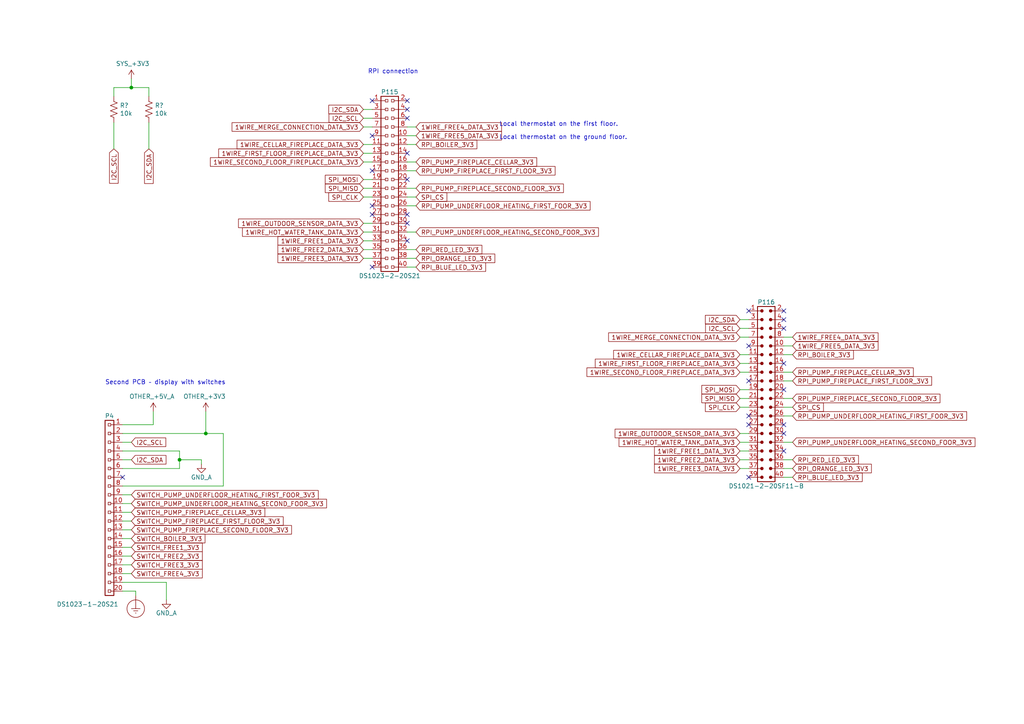
<source format=kicad_sch>
(kicad_sch (version 20230121) (generator eeschema)
  (paper "A4")
  (title_block (title "Pin headers") (date "2023-05-26") (rev "v1.0") (company "Roman Labovsky (roman-labovsky.cz)"))
  (lib_symbols
    (symbol "connector_pin_header_2.54mm_tht_rl:DS1021-2-20SF11-B" (pin_names (offset 1.016) hide)
      (property "Reference" "P" (at 26.67 2.54 0))
      (property "Value" "DS1021-2-20SF11-B" (at 36.83 -1.27 0))
      (symbol "DS1021-2-20SF11-B_0_1"
        (polyline (pts (xy -25.4 2.54) (xy -25.4 -2.54) (xy 25.4 -2.54) (xy 25.4 2.54) (xy -25.4 2.54)) (stroke (width 0.254)))
      )
      (symbol "DS1021-2-20SF11-B_1_1"
        (circle (center -24.13 -1.27) (radius 0.254) (stroke (width 0.4572)))
        (circle (center -24.13 1.27) (radius 0.254) (stroke (width 0.4572)))
        (circle (center -21.59 -1.27) (radius 0.254) (stroke (width 0.4572)))
        (circle (center -21.59 1.27) (radius 0.254) (stroke (width 0.4572)))
        (circle (center -19.05 -1.27) (radius 0.254) (stroke (width 0.4572)))
        (circle (center -19.05 1.27) (radius 0.254) (stroke (width 0.4572)))
        (circle (center -16.51 -1.27) (radius 0.254) (stroke (width 0.4572)))
        (circle (center -16.51 1.27) (radius 0.254) (stroke (width 0.4572)))
        (circle (center -13.97 -1.27) (radius 0.254) (stroke (width 0.4572)))
        (circle (center -13.97 1.27) (radius 0.254) (stroke (width 0.4572)))
        (circle (center -11.43 -1.27) (radius 0.254) (stroke (width 0.4572)))
        (circle (center -11.43 1.27) (radius 0.254) (stroke (width 0.4572)))
        (circle (center -8.89 -1.27) (radius 0.254) (stroke (width 0.4572)))
        (circle (center -8.89 1.27) (radius 0.254) (stroke (width 0.4572)))
        (circle (center -6.35 -1.27) (radius 0.254) (stroke (width 0.4572)))
        (circle (center -6.35 1.27) (radius 0.254) (stroke (width 0.4572)))
        (circle (center -3.81 -1.27) (radius 0.254) (stroke (width 0.4572)))
        (circle (center -3.81 1.27) (radius 0.254) (stroke (width 0.4572)))
        (circle (center -1.27 -1.27) (radius 0.254) (stroke (width 0.4572)))
        (circle (center -1.27 1.27) (radius 0.254) (stroke (width 0.4572)))
        (polyline (pts (xy -24.13 -2.54) (xy -24.13 -1.27)) (stroke (width 0.1524)))
        (polyline (pts (xy -24.13 2.54) (xy -24.13 1.27)) (stroke (width 0.1524)))
        (polyline (pts (xy -21.59 -2.54) (xy -21.59 -1.27)) (stroke (width 0.1524)))
        (polyline (pts (xy -21.59 2.54) (xy -21.59 1.27)) (stroke (width 0.1524)))
        (polyline (pts (xy -19.05 -2.54) (xy -19.05 -1.27)) (stroke (width 0.1524)))
        (polyline (pts (xy -19.05 2.54) (xy -19.05 1.27)) (stroke (width 0.1524)))
        (polyline (pts (xy -16.51 -2.54) (xy -16.51 -1.27)) (stroke (width 0.1524)))
        (polyline (pts (xy -16.51 2.54) (xy -16.51 1.27)) (stroke (width 0.1524)))
        (polyline (pts (xy -13.97 -2.54) (xy -13.97 -1.27)) (stroke (width 0.1524)))
        (polyline (pts (xy -13.97 2.54) (xy -13.97 1.27)) (stroke (width 0.1524)))
        (polyline (pts (xy -11.43 -2.54) (xy -11.43 -1.27)) (stroke (width 0.1524)))
        (polyline (pts (xy -11.43 2.54) (xy -11.43 1.27)) (stroke (width 0.1524)))
        (polyline (pts (xy -8.89 -2.54) (xy -8.89 -1.27)) (stroke (width 0.1524)))
        (polyline (pts (xy -8.89 2.54) (xy -8.89 1.27)) (stroke (width 0.1524)))
        (polyline (pts (xy -6.35 -2.54) (xy -6.35 -1.27)) (stroke (width 0.1524)))
        (polyline (pts (xy -6.35 2.54) (xy -6.35 1.27)) (stroke (width 0.1524)))
        (polyline (pts (xy -3.81 -2.54) (xy -3.81 -1.27)) (stroke (width 0.1524)))
        (polyline (pts (xy -3.81 2.54) (xy -3.81 1.27)) (stroke (width 0.1524)))
        (polyline (pts (xy -1.27 -2.54) (xy -1.27 -1.27)) (stroke (width 0.1524)))
        (polyline (pts (xy -1.27 2.54) (xy -1.27 1.27)) (stroke (width 0.1524)))
        (polyline (pts (xy 1.27 -2.54) (xy 1.27 -1.27)) (stroke (width 0.1524)))
        (polyline (pts (xy 1.27 2.54) (xy 1.27 1.27)) (stroke (width 0.1524)))
        (polyline (pts (xy 3.81 -2.54) (xy 3.81 -1.27)) (stroke (width 0.1524)))
        (polyline (pts (xy 3.81 2.54) (xy 3.81 1.27)) (stroke (width 0.1524)))
        (polyline (pts (xy 6.35 -2.54) (xy 6.35 -1.27)) (stroke (width 0.1524)))
        (polyline (pts (xy 6.35 2.54) (xy 6.35 1.27)) (stroke (width 0.1524)))
        (polyline (pts (xy 8.89 -2.54) (xy 8.89 -1.27)) (stroke (width 0.1524)))
        (polyline (pts (xy 8.89 2.54) (xy 8.89 1.27)) (stroke (width 0.1524)))
        (polyline (pts (xy 11.43 -2.54) (xy 11.43 -1.27)) (stroke (width 0.1524)))
        (polyline (pts (xy 11.43 2.54) (xy 11.43 1.27)) (stroke (width 0.1524)))
        (polyline (pts (xy 13.97 -2.54) (xy 13.97 -1.27)) (stroke (width 0.1524)))
        (polyline (pts (xy 13.97 2.54) (xy 13.97 1.27)) (stroke (width 0.1524)))
        (polyline (pts (xy 16.51 -2.54) (xy 16.51 -1.27)) (stroke (width 0.1524)))
        (polyline (pts (xy 16.51 2.54) (xy 16.51 1.27)) (stroke (width 0.1524)))
        (polyline (pts (xy 19.05 -2.54) (xy 19.05 -1.27)) (stroke (width 0.1524)))
        (polyline (pts (xy 19.05 2.54) (xy 19.05 1.27)) (stroke (width 0.1524)))
        (polyline (pts (xy 21.59 -2.54) (xy 21.59 -1.27)) (stroke (width 0.1524)))
        (polyline (pts (xy 21.59 2.54) (xy 21.59 1.27)) (stroke (width 0.1524)))
        (polyline (pts (xy 24.13 -2.54) (xy 24.13 -1.27)) (stroke (width 0.1524)))
        (polyline (pts (xy 24.13 2.54) (xy 24.13 1.27)) (stroke (width 0.1524)))
        (circle (center 1.27 -1.27) (radius 0.254) (stroke (width 0.4572)))
        (circle (center 1.27 1.27) (radius 0.254) (stroke (width 0.4572)))
        (circle (center 3.81 -1.27) (radius 0.254) (stroke (width 0.4572)))
        (circle (center 3.81 1.27) (radius 0.254) (stroke (width 0.4572)))
        (circle (center 6.35 -1.27) (radius 0.254) (stroke (width 0.4572)))
        (circle (center 6.35 1.27) (radius 0.254) (stroke (width 0.4572)))
        (circle (center 8.89 -1.27) (radius 0.254) (stroke (width 0.4572)))
        (circle (center 8.89 1.27) (radius 0.254) (stroke (width 0.4572)))
        (circle (center 11.43 -1.27) (radius 0.254) (stroke (width 0.4572)))
        (circle (center 11.43 1.27) (radius 0.254) (stroke (width 0.4572)))
        (circle (center 13.97 -1.27) (radius 0.254) (stroke (width 0.4572)))
        (circle (center 13.97 1.27) (radius 0.254) (stroke (width 0.4572)))
        (circle (center 16.51 -1.27) (radius 0.254) (stroke (width 0.4572)))
        (circle (center 16.51 1.27) (radius 0.254) (stroke (width 0.4572)))
        (circle (center 19.05 -1.27) (radius 0.254) (stroke (width 0.4572)))
        (circle (center 19.05 1.27) (radius 0.254) (stroke (width 0.4572)))
        (circle (center 21.59 -1.27) (radius 0.254) (stroke (width 0.4572)))
        (circle (center 21.59 1.27) (radius 0.254) (stroke (width 0.4572)))
        (circle (center 24.13 -1.27) (radius 0.254) (stroke (width 0.4572)))
        (circle (center 24.13 1.27) (radius 0.254) (stroke (width 0.4572)))
        (pin passive line (at -24.13 -5.08 90) (length 2.54) (name "1") (number "1"))
        (pin passive line (at -13.97 5.08 270) (length 2.54) (name "10") (number "10"))
        (pin passive line (at -11.43 -5.08 90) (length 2.54) (name "11") (number "11"))
        (pin passive line (at -11.43 5.08 270) (length 2.54) (name "12") (number "12"))
        (pin passive line (at -8.89 -5.08 90) (length 2.54) (name "13") (number "13"))
        (pin passive line (at -8.89 5.08 270) (length 2.54) (name "14") (number "14"))
        (pin passive line (at -6.35 -5.08 90) (length 2.54) (name "15") (number "15"))
        (pin passive line (at -6.35 5.08 270) (length 2.54) (name "16") (number "16"))
        (pin passive line (at -3.81 -5.08 90) (length 2.54) (name "17") (number "17"))
        (pin passive line (at -3.81 5.08 270) (length 2.54) (name "18") (number "18"))
        (pin passive line (at -1.27 -5.08 90) (length 2.54) (name "19") (number "19"))
        (pin passive line (at -24.13 5.08 270) (length 2.54) (name "2") (number "2"))
        (pin passive line (at -1.27 5.08 270) (length 2.54) (name "20") (number "20"))
        (pin passive line (at 1.27 -5.08 90) (length 2.54) (name "21") (number "21"))
        (pin passive line (at 1.27 5.08 270) (length 2.54) (name "22") (number "22"))
        (pin passive line (at 3.81 -5.08 90) (length 2.54) (name "23") (number "23"))
        (pin passive line (at 3.81 5.08 270) (length 2.54) (name "24") (number "24"))
        (pin passive line (at 6.35 -5.08 90) (length 2.54) (name "25") (number "25"))
        (pin passive line (at 6.35 5.08 270) (length 2.54) (name "26") (number "26"))
        (pin passive line (at 8.89 -5.08 90) (length 2.54) (name "27") (number "27"))
        (pin passive line (at 8.89 5.08 270) (length 2.54) (name "28") (number "28"))
        (pin passive line (at 11.43 -5.08 90) (length 2.54) (name "29") (number "29"))
        (pin passive line (at -21.59 -5.08 90) (length 2.54) (name "3") (number "3"))
        (pin passive line (at 11.43 5.08 270) (length 2.54) (name "30") (number "30"))
        (pin passive line (at 13.97 -5.08 90) (length 2.54) (name "31") (number "31"))
        (pin passive line (at 13.97 5.08 270) (length 2.54) (name "32") (number "32"))
        (pin passive line (at 16.51 -5.08 90) (length 2.54) (name "33") (number "33"))
        (pin passive line (at 16.51 5.08 270) (length 2.54) (name "34") (number "34"))
        (pin passive line (at 19.05 -5.08 90) (length 2.54) (name "35") (number "35"))
        (pin passive line (at 19.05 5.08 270) (length 2.54) (name "36") (number "36"))
        (pin passive line (at 21.59 -5.08 90) (length 2.54) (name "37") (number "37"))
        (pin passive line (at 21.59 5.08 270) (length 2.54) (name "38") (number "38"))
        (pin passive line (at 24.13 -5.08 90) (length 2.54) (name "39") (number "39"))
        (pin passive line (at -21.59 5.08 270) (length 2.54) (name "4") (number "4"))
        (pin passive line (at 24.13 5.08 270) (length 2.54) (name "40") (number "40"))
        (pin passive line (at -19.05 -5.08 90) (length 2.54) (name "5") (number "5"))
        (pin passive line (at -19.05 5.08 270) (length 2.54) (name "6") (number "6"))
        (pin passive line (at -16.51 -5.08 90) (length 2.54) (name "7") (number "7"))
        (pin passive line (at -16.51 5.08 270) (length 2.54) (name "8") (number "8"))
        (pin passive line (at -13.97 -5.08 90) (length 2.54) (name "9") (number "9"))
      )
    )
    (symbol "connector_pin_socket_2.54mm_tht_rl:DS1023-1-20S21" (pin_names (offset 1.016) hide)
      (property "Reference" "P" (at -24.13 2.54 0))
      (property "Value" "DS1023-1-20S21" (at 17.78 2.54 0))
      (symbol "DS1023-1-20S21_0_1"
        (rectangle (start -24.511 0.381) (end -23.749 -0.381))
        (rectangle (start -21.971 0.381) (end -21.209 -0.381))
        (rectangle (start -19.431 0.381) (end -18.669 -0.381))
        (rectangle (start -16.891 0.381) (end -16.129 -0.381))
        (rectangle (start -14.351 0.381) (end -13.589 -0.381))
        (rectangle (start -11.811 0.381) (end -11.049 -0.381))
        (rectangle (start -9.271 0.381) (end -8.509 -0.381))
        (rectangle (start -6.731 0.381) (end -5.969 -0.381))
        (rectangle (start -4.191 0.381) (end -3.429 -0.381))
        (rectangle (start -1.651 0.381) (end -0.889 -0.381))
        (rectangle (start 0.889 0.381) (end 1.651 -0.381))
        (rectangle (start 3.429 0.381) (end 4.191 -0.381))
        (rectangle (start 5.969 0.381) (end 6.731 -0.381))
        (rectangle (start 8.509 0.381) (end 9.271 -0.381))
        (rectangle (start 11.049 0.381) (end 11.811 -0.381))
        (rectangle (start 13.589 0.381) (end 14.351 -0.381))
        (rectangle (start 16.129 0.381) (end 16.891 -0.381))
        (rectangle (start 18.669 0.381) (end 19.431 -0.381))
        (rectangle (start 21.209 0.381) (end 21.971 -0.381))
        (rectangle (start 23.749 0.381) (end 24.511 -0.381))
      )
      (symbol "DS1023-1-20S21_1_1"
        (rectangle (start -25.4 1.27) (end 25.4 -1.27) (stroke (width 0.254)))
        (polyline (pts (xy -24.13 -0.381) (xy -24.13 -1.27)) (stroke (width 0.1524)))
        (polyline (pts (xy -21.59 -0.381) (xy -21.59 -1.27)) (stroke (width 0.1524)))
        (polyline (pts (xy -19.05 -1.27) (xy -19.05 -0.381)) (stroke (width 0.1524)))
        (polyline (pts (xy -16.51 -1.27) (xy -16.51 -0.381)) (stroke (width 0.1524)))
        (polyline (pts (xy -13.97 -1.27) (xy -13.97 -0.381)) (stroke (width 0.1524)))
        (polyline (pts (xy -11.43 -0.381) (xy -11.43 -1.143)) (stroke (width 0.1524)))
        (polyline (pts (xy -8.89 -0.381) (xy -8.89 -1.27)) (stroke (width 0.1524)))
        (polyline (pts (xy -6.35 -0.381) (xy -6.35 -1.27)))
        (polyline (pts (xy -3.81 -0.381) (xy -3.81 -1.27)) (stroke (width 0.1524)))
        (polyline (pts (xy -1.27 -0.381) (xy -1.27 -1.27)) (stroke (width 0.1524)))
        (polyline (pts (xy 1.27 -1.27) (xy 1.27 -0.381)) (stroke (width 0.1524)))
        (polyline (pts (xy 3.81 -1.27) (xy 3.81 -0.381)) (stroke (width 0.1524)))
        (polyline (pts (xy 6.35 -1.27) (xy 6.35 -0.381)) (stroke (width 0.1524)))
        (polyline (pts (xy 8.89 -0.381) (xy 8.89 -1.143)) (stroke (width 0.1524)))
        (polyline (pts (xy 11.43 -0.381) (xy 11.43 -1.27)) (stroke (width 0.1524)))
        (polyline (pts (xy 13.97 -0.381) (xy 13.97 -1.27)))
        (polyline (pts (xy 16.51 -1.27) (xy 16.51 -0.381)) (stroke (width 0.1524)))
        (polyline (pts (xy 19.05 -1.27) (xy 19.05 -0.381)) (stroke (width 0.1524)))
        (polyline (pts (xy 21.59 -1.27) (xy 21.59 -0.381)) (stroke (width 0.1524)))
        (polyline (pts (xy 24.13 -0.381) (xy 24.13 -1.143)) (stroke (width 0.1524)))
        (pin passive line (at -24.13 -3.81 90) (length 2.54) (name "1") (number "1"))
        (pin passive line (at -1.27 -3.81 90) (length 2.54) (name "10") (number "10"))
        (pin passive line (at 1.27 -3.81 90) (length 2.54) (name "11") (number "11"))
        (pin passive line (at 3.81 -3.81 90) (length 2.54) (name "12") (number "12"))
        (pin passive line (at 6.35 -3.81 90) (length 2.54) (name "13") (number "13"))
        (pin passive line (at 8.89 -3.81 90) (length 2.54) (name "14") (number "14"))
        (pin passive line (at 11.43 -3.81 90) (length 2.54) (name "15") (number "15"))
        (pin passive line (at 13.97 -3.81 90) (length 2.54) (name "16") (number "16"))
        (pin passive line (at 16.51 -3.81 90) (length 2.54) (name "17") (number "17"))
        (pin passive line (at 19.05 -3.81 90) (length 2.54) (name "18") (number "18"))
        (pin passive line (at 21.59 -3.81 90) (length 2.54) (name "19") (number "19"))
        (pin passive line (at -21.59 -3.81 90) (length 2.54) (name "2") (number "2"))
        (pin passive line (at 24.13 -3.81 90) (length 2.54) (name "20") (number "20"))
        (pin passive line (at -19.05 -3.81 90) (length 2.54) (name "3") (number "3"))
        (pin passive line (at -16.51 -3.81 90) (length 2.54) (name "4") (number "4"))
        (pin passive line (at -13.97 -3.81 90) (length 2.54) (name "5") (number "5"))
        (pin passive line (at -11.43 -3.81 90) (length 2.54) (name "6") (number "6"))
        (pin passive line (at -8.89 -3.81 90) (length 2.54) (name "7") (number "7"))
        (pin passive line (at -6.35 -3.81 90) (length 2.54) (name "8") (number "8"))
        (pin passive line (at -3.81 -3.81 90) (length 2.54) (name "9") (number "9"))
      )
    )
    (symbol "connector_pin_socket_2.54mm_tht_rl:DS1023-2-20S21" (pin_names (offset 1.016) hide)
      (property "Reference" "P" (at 26.67 1.27 0))
      (property "Value" "DS1023-2-20S21" (at 34.29 -1.27 0))
      (symbol "DS1023-2-20S21_0_1"
        (rectangle (start -24.511 -0.508) (end -23.749 -1.27))
        (rectangle (start -24.511 1.27) (end -23.749 0.508))
        (rectangle (start -21.971 -0.508) (end -21.209 -1.27))
        (rectangle (start -21.971 1.27) (end -21.209 0.508))
        (rectangle (start -19.431 -0.508) (end -18.669 -1.27))
        (rectangle (start -19.431 1.27) (end -18.669 0.508))
        (rectangle (start -16.891 -0.508) (end -16.129 -1.27))
        (rectangle (start -16.891 1.27) (end -16.129 0.508))
        (rectangle (start -14.351 -0.508) (end -13.589 -1.27))
        (rectangle (start -14.351 1.27) (end -13.589 0.508))
        (rectangle (start -11.811 -0.508) (end -11.049 -1.27))
        (rectangle (start -11.811 1.27) (end -11.049 0.508))
        (rectangle (start -9.271 -0.508) (end -8.509 -1.27))
        (rectangle (start -9.271 1.27) (end -8.509 0.508))
        (rectangle (start -6.731 -0.508) (end -5.969 -1.27))
        (rectangle (start -6.731 1.27) (end -5.969 0.508))
        (rectangle (start -4.191 -0.508) (end -3.429 -1.27))
        (rectangle (start -4.191 1.27) (end -3.429 0.508))
        (rectangle (start -1.651 -0.508) (end -0.889 -1.27))
        (rectangle (start -1.651 1.27) (end -0.889 0.508))
        (polyline (pts (xy -25.4 2.54) (xy -25.4 -2.54) (xy 25.4 -2.54) (xy 25.4 2.54) (xy -25.4 2.54)) (stroke (width 0.254)))
        (rectangle (start 0.889 -0.508) (end 1.651 -1.27))
        (rectangle (start 0.889 1.27) (end 1.651 0.508))
        (rectangle (start 3.429 -0.508) (end 4.191 -1.27))
        (rectangle (start 3.429 1.27) (end 4.191 0.508))
        (rectangle (start 5.969 -0.508) (end 6.731 -1.27))
        (rectangle (start 5.969 1.27) (end 6.731 0.508))
        (rectangle (start 8.509 -0.508) (end 9.271 -1.27))
        (rectangle (start 8.509 1.27) (end 9.271 0.508))
        (rectangle (start 11.049 -0.381) (end 11.811 -1.143))
        (rectangle (start 11.049 1.27) (end 11.811 0.508))
        (rectangle (start 13.589 -0.381) (end 14.351 -1.143))
        (rectangle (start 13.589 1.27) (end 14.351 0.508))
        (rectangle (start 16.129 -0.381) (end 16.891 -1.143))
        (rectangle (start 16.129 1.27) (end 16.891 0.508))
        (rectangle (start 18.669 -0.381) (end 19.431 -1.143))
        (rectangle (start 18.669 1.27) (end 19.431 0.508))
        (rectangle (start 21.209 -0.508) (end 21.971 -1.27))
        (rectangle (start 21.209 1.27) (end 21.971 0.508))
        (rectangle (start 23.749 -0.508) (end 24.511 -1.27))
        (rectangle (start 23.749 1.27) (end 24.511 0.508))
      )
      (symbol "DS1023-2-20S21_1_1"
        (polyline (pts (xy -24.13 -2.54) (xy -24.13 -1.27)) (stroke (width 0.1524)))
        (polyline (pts (xy -24.13 2.54) (xy -24.13 1.27)) (stroke (width 0.1524)))
        (polyline (pts (xy -21.59 -2.54) (xy -21.59 -1.27)) (stroke (width 0.1524)))
        (polyline (pts (xy -21.59 2.54) (xy -21.59 1.27)) (stroke (width 0.1524)))
        (polyline (pts (xy -19.05 -2.54) (xy -19.05 -1.27)) (stroke (width 0.1524)))
        (polyline (pts (xy -19.05 2.54) (xy -19.05 1.27)) (stroke (width 0.1524)))
        (polyline (pts (xy -16.51 -2.54) (xy -16.51 -1.27)) (stroke (width 0.1524)))
        (polyline (pts (xy -16.51 2.54) (xy -16.51 1.27)) (stroke (width 0.1524)))
        (polyline (pts (xy -13.97 -2.54) (xy -13.97 -1.27)) (stroke (width 0.1524)))
        (polyline (pts (xy -13.97 2.54) (xy -13.97 1.27)) (stroke (width 0.1524)))
        (polyline (pts (xy -11.43 -2.54) (xy -11.43 -1.27)) (stroke (width 0.1524)))
        (polyline (pts (xy -11.43 2.54) (xy -11.43 1.27)) (stroke (width 0.1524)))
        (polyline (pts (xy -8.89 -2.54) (xy -8.89 -1.27)) (stroke (width 0.1524)))
        (polyline (pts (xy -8.89 2.54) (xy -8.89 1.27)) (stroke (width 0.1524)))
        (polyline (pts (xy -6.35 -2.54) (xy -6.35 -1.27)) (stroke (width 0.1524)))
        (polyline (pts (xy -6.35 2.54) (xy -6.35 1.27)) (stroke (width 0.1524)))
        (polyline (pts (xy -3.81 -2.54) (xy -3.81 -1.27)) (stroke (width 0.1524)))
        (polyline (pts (xy -3.81 2.54) (xy -3.81 1.27)) (stroke (width 0.1524)))
        (polyline (pts (xy -1.27 -2.54) (xy -1.27 -1.27)) (stroke (width 0.1524)))
        (polyline (pts (xy -1.27 2.54) (xy -1.27 1.27)) (stroke (width 0.1524)))
        (polyline (pts (xy 1.27 -2.54) (xy 1.27 -1.27)) (stroke (width 0.1524)))
        (polyline (pts (xy 1.27 2.54) (xy 1.27 1.27)) (stroke (width 0.1524)))
        (polyline (pts (xy 3.81 -2.54) (xy 3.81 -1.27)) (stroke (width 0.1524)))
        (polyline (pts (xy 3.81 2.54) (xy 3.81 1.27)) (stroke (width 0.1524)))
        (polyline (pts (xy 6.35 -2.54) (xy 6.35 -1.27)) (stroke (width 0.1524)))
        (polyline (pts (xy 6.35 2.54) (xy 6.35 1.27)) (stroke (width 0.1524)))
        (polyline (pts (xy 8.89 -2.54) (xy 8.89 -1.27)) (stroke (width 0.1524)))
        (polyline (pts (xy 8.89 2.54) (xy 8.89 1.27)) (stroke (width 0.1524)))
        (polyline (pts (xy 11.43 -2.54) (xy 11.43 -1.27)) (stroke (width 0.1524)))
        (polyline (pts (xy 11.43 2.54) (xy 11.43 1.27)) (stroke (width 0.1524)))
        (polyline (pts (xy 13.97 -2.54) (xy 13.97 -1.27)) (stroke (width 0.1524)))
        (polyline (pts (xy 13.97 2.54) (xy 13.97 1.27)) (stroke (width 0.1524)))
        (polyline (pts (xy 16.51 -2.54) (xy 16.51 -1.27)) (stroke (width 0.1524)))
        (polyline (pts (xy 16.51 2.54) (xy 16.51 1.27)) (stroke (width 0.1524)))
        (polyline (pts (xy 19.05 -2.54) (xy 19.05 -1.27)) (stroke (width 0.1524)))
        (polyline (pts (xy 19.05 2.54) (xy 19.05 1.27)) (stroke (width 0.1524)))
        (polyline (pts (xy 21.59 -2.54) (xy 21.59 -1.27)) (stroke (width 0.1524)))
        (polyline (pts (xy 21.59 2.54) (xy 21.59 1.27)) (stroke (width 0.1524)))
        (polyline (pts (xy 24.13 -2.54) (xy 24.13 -1.27)) (stroke (width 0.1524)))
        (polyline (pts (xy 24.13 2.54) (xy 24.13 1.27)) (stroke (width 0.1524)))
        (pin passive line (at -24.13 -5.08 90) (length 2.54) (name "1") (number "1"))
        (pin passive line (at -13.97 5.08 270) (length 2.54) (name "10") (number "10"))
        (pin passive line (at -11.43 -5.08 90) (length 2.54) (name "11") (number "11"))
        (pin passive line (at -11.43 5.08 270) (length 2.54) (name "12") (number "12"))
        (pin passive line (at -8.89 -5.08 90) (length 2.54) (name "13") (number "13"))
        (pin passive line (at -8.89 5.08 270) (length 2.54) (name "14") (number "14"))
        (pin passive line (at -6.35 -5.08 90) (length 2.54) (name "15") (number "15"))
        (pin passive line (at -6.35 5.08 270) (length 2.54) (name "16") (number "16"))
        (pin passive line (at -3.81 -5.08 90) (length 2.54) (name "17") (number "17"))
        (pin passive line (at -3.81 5.08 270) (length 2.54) (name "18") (number "18"))
        (pin passive line (at -1.27 -5.08 90) (length 2.54) (name "19") (number "19"))
        (pin passive line (at -24.13 5.08 270) (length 2.54) (name "2") (number "2"))
        (pin passive line (at -1.27 5.08 270) (length 2.54) (name "20") (number "20"))
        (pin passive line (at 1.27 -5.08 90) (length 2.54) (name "21") (number "21"))
        (pin passive line (at 1.27 5.08 270) (length 2.54) (name "22") (number "22"))
        (pin passive line (at 3.81 -5.08 90) (length 2.54) (name "23") (number "23"))
        (pin passive line (at 3.81 5.08 270) (length 2.54) (name "24") (number "24"))
        (pin passive line (at 6.35 -5.08 90) (length 2.54) (name "25") (number "25"))
        (pin passive line (at 6.35 5.08 270) (length 2.54) (name "26") (number "26"))
        (pin passive line (at 8.89 -5.08 90) (length 2.54) (name "27") (number "27"))
        (pin passive line (at 8.89 5.08 270) (length 2.54) (name "28") (number "28"))
        (pin passive line (at 11.43 -5.08 90) (length 2.54) (name "29") (number "29"))
        (pin passive line (at -21.59 -5.08 90) (length 2.54) (name "3") (number "3"))
        (pin passive line (at 11.43 5.08 270) (length 2.54) (name "30") (number "30"))
        (pin passive line (at 13.97 -5.08 90) (length 2.54) (name "31") (number "31"))
        (pin passive line (at 13.97 5.08 270) (length 2.54) (name "32") (number "32"))
        (pin passive line (at 16.51 -5.08 90) (length 2.54) (name "33") (number "33"))
        (pin passive line (at 16.51 5.08 270) (length 2.54) (name "34") (number "34"))
        (pin passive line (at 19.05 -5.08 90) (length 2.54) (name "35") (number "35"))
        (pin passive line (at 19.05 5.08 270) (length 2.54) (name "36") (number "36"))
        (pin passive line (at 21.59 -5.08 90) (length 2.54) (name "37") (number "37"))
        (pin passive line (at 21.59 5.08 270) (length 2.54) (name "38") (number "38"))
        (pin passive line (at 24.13 -5.08 90) (length 2.54) (name "39") (number "39"))
        (pin passive line (at -21.59 5.08 270) (length 2.54) (name "4") (number "4"))
        (pin passive line (at 24.13 5.08 270) (length 2.54) (name "40") (number "40"))
        (pin passive line (at -19.05 -5.08 90) (length 2.54) (name "5") (number "5"))
        (pin passive line (at -19.05 5.08 270) (length 2.54) (name "6") (number "6"))
        (pin passive line (at -16.51 -5.08 90) (length 2.54) (name "7") (number "7"))
        (pin passive line (at -16.51 5.08 270) (length 2.54) (name "8") (number "8"))
        (pin passive line (at -13.97 -5.08 90) (length 2.54) (name "9") (number "9"))
      )
    )
    (symbol "power_rl:Earth_Protective" (power) (pin_names (offset 0))
      (symbol "Earth_Protective_0_1"
        (circle (center 0 -3.81) (radius 2.54))
        (polyline (pts (xy -0.635 -4.445) (xy 0.635 -4.445)))
        (polyline (pts (xy -0.127 -5.08) (xy 0.127 -5.08)))
        (polyline (pts (xy 0 -3.81) (xy 0 0)))
        (polyline (pts (xy 1.27 -3.81) (xy -1.27 -3.81)))
      )
      (symbol "Earth_Protective_1_1"
        (pin power_in line (at 0 0 270) (length 0) hide (name "Earth_Protective") (number "1"))
      )
    )
    (symbol "power_rl:GND_A" (power) (pin_names (offset 0))
      (property "Value" "GND_A" (at 0 -3.81 0))
      (symbol "GND_A_0_1"
        (polyline (pts (xy 0 0) (xy 0 -1.27) (xy 1.27 -1.27) (xy 0 -2.54) (xy -1.27 -1.27) (xy 0 -1.27)))
      )
      (symbol "GND_A_1_1"
        (pin power_in line (at 0 0 270) (length 0) hide (name "GND_A") (number "1"))
      )
    )
    (symbol "power_rl:OTHER_+3V3" (power) (pin_names (offset 1.016))
      (property "Value" "OTHER_+3V3" (at 0 3.81 0))
      (symbol "OTHER_+3V3_1_1"
        (polyline (pts (xy -0.762 1.27) (xy 0 2.54)))
        (polyline (pts (xy 0 0) (xy 0 2.54)))
        (polyline (pts (xy 0 2.54) (xy 0.762 1.27)))
        (pin power_in line (at 0 0 90) (length 0) hide (name "OTHER_+3V3") (number "1"))
      )
    )
    (symbol "power_rl:OTHER_+5V_A" (power) (pin_names (offset 1.016))
      (property "Value" "OTHER_+5V_A" (at 0 3.81 0))
      (symbol "OTHER_+5V_A_1_1"
        (polyline (pts (xy -0.762 1.27) (xy 0 2.54)))
        (polyline (pts (xy 0 0) (xy 0 2.54)))
        (polyline (pts (xy 0 2.54) (xy 0.762 1.27)))
        (pin power_in line (at 0 0 90) (length 0) hide (name "OTHER_+5V_A") (number "1"))
      )
    )
    (symbol "power_rl:SYS_+3V3" (power) (pin_names (offset 1.016))
      (property "Value" "SYS_+3V3" (at 0 3.81 0))
      (symbol "SYS_+3V3_1_1"
        (polyline (pts (xy -0.762 1.27) (xy 0 2.54)))
        (polyline (pts (xy 0 0) (xy 0 2.54)))
        (polyline (pts (xy 0 2.54) (xy 0.762 1.27)))
        (pin power_in line (at 0 0 90) (length 0) hide (name "SYS_+3V3") (number "1"))
      )
    )
    (symbol "resistor_smd_rl:r_1206_us" (pin_numbers hide) (pin_names hide)
      (property "Reference" "R" (at 0 2.032 0))
      (property "Value" "r_1206_us" (at 0 -2.54 0))
      (symbol "r_1206_us_1_1"
        (polyline (pts (xy -2.286 0) (xy -2.54 0)))
        (polyline (pts (xy 2.286 0) (xy 2.54 0)))
        (polyline (pts (xy -2.286 0) (xy -1.905 1.016) (xy -1.524 0) (xy -1.143 -1.016) (xy -0.762 0)))
        (polyline (pts (xy -0.762 0) (xy -0.381 1.016) (xy 0 0) (xy 0.381 -1.016) (xy 0.762 0)))
        (polyline (pts (xy 0.762 0) (xy 1.143 1.016) (xy 1.524 0) (xy 1.905 -1.016) (xy 2.286 0)))
        (pin passive line (at -3.81 0 0) (length 1.27) (name "~") (number "1"))
        (pin passive line (at 3.81 0 180) (length 1.27) (name "~") (number "2"))
      )
    )
  )
  (junction (at 52.07 133.35))
  (junction (at 38.1 25.4))
  (junction (at 59.69 125.73))
  (no_connect (at 107.95 59.69))
  (no_connect (at 217.17 138.43))
  (no_connect (at 217.17 90.17))
  (no_connect (at 227.33 130.81))
  (no_connect (at 118.11 52.07))
  (no_connect (at 227.33 95.25))
  (no_connect (at 118.11 62.23))
  (no_connect (at 217.17 110.49))
  (no_connect (at 227.33 90.17))
  (no_connect (at 118.11 34.29))
  (no_connect (at 118.11 64.77))
  (no_connect (at 107.95 49.53))
  (no_connect (at 118.11 69.85))
  (no_connect (at 118.11 44.45))
  (no_connect (at 227.33 125.73))
  (no_connect (at 118.11 31.75))
  (no_connect (at 227.33 113.03))
  (no_connect (at 227.33 92.71))
  (no_connect (at 107.95 77.47))
  (no_connect (at 35.56 138.43))
  (no_connect (at 227.33 123.19))
  (no_connect (at 217.17 123.19))
  (no_connect (at 107.95 62.23))
  (no_connect (at 107.95 29.21))
  (no_connect (at 217.17 120.65))
  (no_connect (at 217.17 100.33))
  (no_connect (at 118.11 29.21))
  (no_connect (at 107.95 39.37))
  (no_connect (at 227.33 105.41))
  (wire (pts (xy 33.02 35.56) (xy 33.02 43.18)))
  (wire (pts (xy 59.69 125.73) (xy 59.69 119.38)))
  (wire (pts (xy 64.77 125.73) (xy 59.69 125.73)))
  (wire (pts (xy 35.56 166.37) (xy 38.1 166.37)))
  (wire (pts (xy 227.33 107.95) (xy 229.87 107.95)))
  (wire (pts (xy 35.56 158.75) (xy 38.1 158.75)))
  (wire (pts (xy 227.33 102.87) (xy 229.87 102.87)))
  (wire (pts (xy 214.63 92.71) (xy 217.17 92.71)))
  (wire (pts (xy 105.41 44.45) (xy 107.95 44.45)))
  (wire (pts (xy 43.18 25.4) (xy 43.18 27.94)))
  (wire (pts (xy 35.56 171.45) (xy 39.37 171.45)))
  (wire (pts (xy 118.11 36.83) (xy 120.65 36.83)))
  (wire (pts (xy 214.63 128.27) (xy 217.17 128.27)))
  (wire (pts (xy 35.56 148.59) (xy 38.1 148.59)))
  (wire (pts (xy 227.33 100.33) (xy 229.87 100.33)))
  (wire (pts (xy 35.56 140.97) (xy 64.77 140.97)))
  (wire (pts (xy 217.17 118.11) (xy 214.63 118.11)))
  (wire (pts (xy 217.17 115.57) (xy 214.63 115.57)))
  (wire (pts (xy 227.33 97.79) (xy 229.87 97.79)))
  (wire (pts (xy 35.56 128.27) (xy 38.1 128.27)))
  (wire (pts (xy 107.95 57.15) (xy 105.41 57.15)))
  (wire (pts (xy 214.63 125.73) (xy 217.17 125.73)))
  (wire (pts (xy 105.41 69.85) (xy 107.95 69.85)))
  (wire (pts (xy 227.33 115.57) (xy 229.87 115.57)))
  (wire (pts (xy 52.07 133.35) (xy 52.07 130.81)))
  (wire (pts (xy 35.56 135.89) (xy 52.07 135.89)))
  (wire (pts (xy 35.56 163.83) (xy 38.1 163.83)))
  (wire (pts (xy 38.1 146.05) (xy 35.56 146.05)))
  (wire (pts (xy 118.11 54.61) (xy 120.65 54.61)))
  (wire (pts (xy 227.33 133.35) (xy 229.87 133.35)))
  (wire (pts (xy 118.11 57.15) (xy 120.65 57.15)))
  (wire (pts (xy 39.37 171.45) (xy 39.37 172.72)))
  (wire (pts (xy 38.1 143.51) (xy 35.56 143.51)))
  (wire (pts (xy 214.63 135.89) (xy 217.17 135.89)))
  (wire (pts (xy 107.95 52.07) (xy 105.41 52.07)))
  (wire (pts (xy 35.56 125.73) (xy 59.69 125.73)))
  (wire (pts (xy 118.11 46.99) (xy 120.65 46.99)))
  (wire (pts (xy 38.1 25.4) (xy 43.18 25.4)))
  (wire (pts (xy 214.63 97.79) (xy 217.17 97.79)))
  (wire (pts (xy 107.95 54.61) (xy 105.41 54.61)))
  (wire (pts (xy 35.56 123.19) (xy 44.45 123.19)))
  (wire (pts (xy 105.41 74.93) (xy 107.95 74.93)))
  (wire (pts (xy 107.95 46.99) (xy 105.41 46.99)))
  (wire (pts (xy 35.56 168.91) (xy 48.26 168.91)))
  (wire (pts (xy 105.41 34.29) (xy 107.95 34.29)))
  (wire (pts (xy 35.56 133.35) (xy 38.1 133.35)))
  (wire (pts (xy 118.11 39.37) (xy 120.65 39.37)))
  (wire (pts (xy 214.63 133.35) (xy 217.17 133.35)))
  (wire (pts (xy 118.11 59.69) (xy 120.65 59.69)))
  (wire (pts (xy 107.95 41.91) (xy 105.41 41.91)))
  (wire (pts (xy 217.17 107.95) (xy 214.63 107.95)))
  (wire (pts (xy 118.11 77.47) (xy 120.65 77.47)))
  (wire (pts (xy 33.02 25.4) (xy 38.1 25.4)))
  (wire (pts (xy 118.11 72.39) (xy 120.65 72.39)))
  (wire (pts (xy 227.33 118.11) (xy 229.87 118.11)))
  (wire (pts (xy 118.11 49.53) (xy 120.65 49.53)))
  (wire (pts (xy 105.41 72.39) (xy 107.95 72.39)))
  (wire (pts (xy 44.45 123.19) (xy 44.45 119.38)))
  (wire (pts (xy 214.63 105.41) (xy 217.17 105.41)))
  (wire (pts (xy 105.41 36.83) (xy 107.95 36.83)))
  (wire (pts (xy 227.33 128.27) (xy 229.87 128.27)))
  (wire (pts (xy 35.56 151.13) (xy 38.1 151.13)))
  (wire (pts (xy 214.63 95.25) (xy 217.17 95.25)))
  (wire (pts (xy 105.41 31.75) (xy 107.95 31.75)))
  (wire (pts (xy 118.11 67.31) (xy 120.65 67.31)))
  (wire (pts (xy 214.63 130.81) (xy 217.17 130.81)))
  (wire (pts (xy 217.17 102.87) (xy 214.63 102.87)))
  (wire (pts (xy 118.11 74.93) (xy 120.65 74.93)))
  (wire (pts (xy 43.18 35.56) (xy 43.18 43.18)))
  (wire (pts (xy 227.33 135.89) (xy 229.87 135.89)))
  (wire (pts (xy 35.56 161.29) (xy 38.1 161.29)))
  (wire (pts (xy 227.33 110.49) (xy 229.87 110.49)))
  (wire (pts (xy 217.17 113.03) (xy 214.63 113.03)))
  (wire (pts (xy 52.07 135.89) (xy 52.07 133.35)))
  (wire (pts (xy 48.26 173.99) (xy 48.26 168.91)))
  (wire (pts (xy 105.41 64.77) (xy 107.95 64.77)))
  (wire (pts (xy 227.33 138.43) (xy 229.87 138.43)))
  (wire (pts (xy 64.77 140.97) (xy 64.77 125.73)))
  (wire (pts (xy 35.56 153.67) (xy 38.1 153.67)))
  (wire (pts (xy 58.42 133.35) (xy 58.42 134.62)))
  (wire (pts (xy 38.1 22.86) (xy 38.1 25.4)))
  (wire (pts (xy 118.11 41.91) (xy 120.65 41.91)))
  (wire (pts (xy 52.07 133.35) (xy 58.42 133.35)))
  (wire (pts (xy 105.41 67.31) (xy 107.95 67.31)))
  (wire (pts (xy 33.02 27.94) (xy 33.02 25.4)))
  (wire (pts (xy 35.56 156.21) (xy 38.1 156.21)))
  (wire (pts (xy 35.56 130.81) (xy 52.07 130.81)))
  (wire (pts (xy 227.33 120.65) (xy 229.87 120.65)))
  (text "Local thermostat on the ground floor." (at 144.78 40.64 0) (effects (font (size 1.27 1.27)) (justify left bottom)))
  (text "Second PCB – display with switches" (at 30.48 111.76 0) (effects (font (size 1.27 1.27)) (justify left bottom)))
  (text "RPI connection" (at 106.68 21.59 0) (effects (font (size 1.27 1.27)) (justify left bottom)))
  (text "Local thermostat on the first floor." (at 144.78 36.83 0) (effects (font (size 1.27 1.27)) (justify left bottom)))
  (global_label "1WIRE_CELLAR_FIREPLACE_DATA_3V3" (shape input) (at 214.63 102.87 180) (property "Intersheetrefs" "${INTERSHEET_REFS}" (effects hide)))
  (global_label "1WIRE_MERGE_CONNECTION_DATA_3V3" (shape input) (at 105.41 36.83 180) (property "Intersheetrefs" "${INTERSHEET_REFS}" (effects hide)))
  (global_label "RPI_PUMP_FIREPLACE_SECOND_FLOOR_3V3" (shape input) (at 120.65 54.61 0) (property "Intersheetrefs" "${INTERSHEET_REFS}" (effects hide)))
  (global_label "1WIRE_FREE1_DATA_3V3" (shape input) (at 105.41 69.85 180) (property "Intersheetrefs" "${INTERSHEET_REFS}" (effects hide)))
  (global_label "I2C_SDA" (shape input) (at 214.63 92.71 180) (property "Intersheetrefs" "${INTERSHEET_REFS}" (effects hide)))
  (global_label "1WIRE_FREE5_DATA_3V3" (shape input) (at 229.87 100.33 0) (property "Intersheetrefs" "${INTERSHEET_REFS}" (effects hide)))
  (global_label "SPI_MISO" (shape input) (at 105.41 54.61 180) (property "Intersheetrefs" "${INTERSHEET_REFS}" (effects hide)))
  (global_label "I2C_SDA" (shape input) (at 43.18 43.18 270) (property "Intersheetrefs" "${INTERSHEET_REFS}" (effects hide)))
  (global_label "1WIRE_FREE2_DATA_3V3" (shape input) (at 214.63 133.35 180) (property "Intersheetrefs" "${INTERSHEET_REFS}" (effects hide)))
  (global_label "1WIRE_MERGE_CONNECTION_DATA_3V3" (shape input) (at 214.63 97.79 180) (property "Intersheetrefs" "${INTERSHEET_REFS}" (effects hide)))
  (global_label "1WIRE_FREE2_DATA_3V3" (shape input) (at 105.41 72.39 180) (property "Intersheetrefs" "${INTERSHEET_REFS}" (effects hide)))
  (global_label "SPI_CLK" (shape input) (at 105.41 57.15 180) (property "Intersheetrefs" "${INTERSHEET_REFS}" (effects hide)))
  (global_label "RPI_PUMP_FIREPLACE_FIRST_FLOOR_3V3" (shape input) (at 229.87 110.49 0) (property "Intersheetrefs" "${INTERSHEET_REFS}" (effects hide)))
  (global_label "I2C_SCL" (shape input) (at 214.63 95.25 180) (property "Intersheetrefs" "${INTERSHEET_REFS}" (effects hide)))
  (global_label "1WIRE_FIRST_FLOOR_FIREPLACE_DATA_3V3" (shape input) (at 105.41 44.45 180) (property "Intersheetrefs" "${INTERSHEET_REFS}" (effects hide)))
  (global_label "1WIRE_FREE5_DATA_3V3" (shape input) (at 120.65 39.37 0) (property "Intersheetrefs" "${INTERSHEET_REFS}" (effects hide)))
  (global_label "RPI_ORANGE_LED_3V3" (shape input) (at 229.87 135.89 0) (property "Intersheetrefs" "${INTERSHEET_REFS}" (effects hide)))
  (global_label "SWITCH_FREE3_3V3" (shape input) (at 38.1 163.83 0) (property "Intersheetrefs" "${INTERSHEET_REFS}" (effects hide)))
  (global_label "RPI_PUMP_UNDERFLOOR_HEATING_SECOND_FOOR_3V3" (shape input) (at 229.87 128.27 0) (property "Intersheetrefs" "${INTERSHEET_REFS}" (effects hide)))
  (global_label "SPI_CS" (shape input) (at 120.65 57.15 0) (property "Intersheetrefs" "${INTERSHEET_REFS}" (effects hide)))
  (global_label "SPI_MOSI" (shape input) (at 214.63 113.03 180) (property "Intersheetrefs" "${INTERSHEET_REFS}" (effects hide)))
  (global_label "SWITCH_PUMP_FIREPLACE_FIRST_FLOOR_3V3" (shape input) (at 38.1 151.13 0) (property "Intersheetrefs" "${INTERSHEET_REFS}" (effects hide)))
  (global_label "RPI_BOILER_3V3" (shape input) (at 229.87 102.87 0) (property "Intersheetrefs" "${INTERSHEET_REFS}" (effects hide)))
  (global_label "1WIRE_OUTDOOR_SENSOR_DATA_3V3" (shape input) (at 214.63 125.73 180) (property "Intersheetrefs" "${INTERSHEET_REFS}" (effects hide)))
  (global_label "1WIRE_FREE4_DATA_3V3" (shape input) (at 120.65 36.83 0) (property "Intersheetrefs" "${INTERSHEET_REFS}" (effects hide)))
  (global_label "1WIRE_HOT_WATER_TANK_DATA_3V3" (shape input) (at 105.41 67.31 180) (property "Intersheetrefs" "${INTERSHEET_REFS}" (effects hide)))
  (global_label "1WIRE_FIRST_FLOOR_FIREPLACE_DATA_3V3" (shape input) (at 214.63 105.41 180) (property "Intersheetrefs" "${INTERSHEET_REFS}" (effects hide)))
  (global_label "RPI_PUMP_UNDERFLOOR_HEATING_SECOND_FOOR_3V3" (shape input) (at 120.65 67.31 0) (property "Intersheetrefs" "${INTERSHEET_REFS}" (effects hide)))
  (global_label "1WIRE_FREE1_DATA_3V3" (shape input) (at 214.63 130.81 180) (property "Intersheetrefs" "${INTERSHEET_REFS}" (effects hide)))
  (global_label "I2C_SCL" (shape input) (at 105.41 34.29 180) (property "Intersheetrefs" "${INTERSHEET_REFS}" (effects hide)))
  (global_label "1WIRE_FREE3_DATA_3V3" (shape input) (at 214.63 135.89 180) (property "Intersheetrefs" "${INTERSHEET_REFS}" (effects hide)))
  (global_label "SWITCH_PUMP_FIREPLACE_CELLAR_3V3" (shape input) (at 38.1 148.59 0) (property "Intersheetrefs" "${INTERSHEET_REFS}" (effects hide)))
  (global_label "SWITCH_FREE2_3V3" (shape input) (at 38.1 161.29 0) (property "Intersheetrefs" "${INTERSHEET_REFS}" (effects hide)))
  (global_label "RPI_PUMP_UNDERFLOOR_HEATING_FIRST_FOOR_3V3" (shape input) (at 120.65 59.69 0) (property "Intersheetrefs" "${INTERSHEET_REFS}" (effects hide)))
  (global_label "I2C_SCL" (shape input) (at 38.1 128.27 0) (property "Intersheetrefs" "${INTERSHEET_REFS}" (effects hide)))
  (global_label "SWITCH_PUMP_UNDERFLOOR_HEATING_SECOND_FOOR_3V3" (shape input) (at 38.1 146.05 0) (property "Intersheetrefs" "${INTERSHEET_REFS}" (effects hide)))
  (global_label "1WIRE_SECOND_FLOOR_FIREPLACE_DATA_3V3" (shape input) (at 214.63 107.95 180) (property "Intersheetrefs" "${INTERSHEET_REFS}" (effects hide)))
  (global_label "1WIRE_SECOND_FLOOR_FIREPLACE_DATA_3V3" (shape input) (at 105.41 46.99 180) (property "Intersheetrefs" "${INTERSHEET_REFS}" (effects hide)))
  (global_label "RPI_PUMP_FIREPLACE_CELLAR_3V3" (shape input) (at 120.65 46.99 0) (property "Intersheetrefs" "${INTERSHEET_REFS}" (effects hide)))
  (global_label "1WIRE_HOT_WATER_TANK_DATA_3V3" (shape input) (at 214.63 128.27 180) (property "Intersheetrefs" "${INTERSHEET_REFS}" (effects hide)))
  (global_label "SPI_CLK" (shape input) (at 214.63 118.11 180) (property "Intersheetrefs" "${INTERSHEET_REFS}" (effects hide)))
  (global_label "RPI_PUMP_FIREPLACE_FIRST_FLOOR_3V3" (shape input) (at 120.65 49.53 0) (property "Intersheetrefs" "${INTERSHEET_REFS}" (effects hide)))
  (global_label "RPI_RED_LED_3V3" (shape input) (at 229.87 133.35 0) (property "Intersheetrefs" "${INTERSHEET_REFS}" (effects hide)))
  (global_label "RPI_BLUE_LED_3V3" (shape input) (at 229.87 138.43 0) (property "Intersheetrefs" "${INTERSHEET_REFS}" (effects hide)))
  (global_label "SWITCH_FREE4_3V3" (shape input) (at 38.1 166.37 0) (property "Intersheetrefs" "${INTERSHEET_REFS}" (effects hide)))
  (global_label "1WIRE_FREE4_DATA_3V3" (shape input) (at 229.87 97.79 0) (property "Intersheetrefs" "${INTERSHEET_REFS}" (effects hide)))
  (global_label "RPI_RED_LED_3V3" (shape input) (at 120.65 72.39 0) (property "Intersheetrefs" "${INTERSHEET_REFS}" (effects hide)))
  (global_label "I2C_SDA" (shape input) (at 105.41 31.75 180) (property "Intersheetrefs" "${INTERSHEET_REFS}" (effects hide)))
  (global_label "1WIRE_OUTDOOR_SENSOR_DATA_3V3" (shape input) (at 105.41 64.77 180) (property "Intersheetrefs" "${INTERSHEET_REFS}" (effects hide)))
  (global_label "RPI_BLUE_LED_3V3" (shape input) (at 120.65 77.47 0) (property "Intersheetrefs" "${INTERSHEET_REFS}" (effects hide)))
  (global_label "SWITCH_PUMP_FIREPLACE_SECOND_FLOOR_3V3" (shape input) (at 38.1 153.67 0) (property "Intersheetrefs" "${INTERSHEET_REFS}" (effects hide)))
  (global_label "1WIRE_FREE3_DATA_3V3" (shape input) (at 105.41 74.93 180) (property "Intersheetrefs" "${INTERSHEET_REFS}" (effects hide)))
  (global_label "1WIRE_CELLAR_FIREPLACE_DATA_3V3" (shape input) (at 105.41 41.91 180) (property "Intersheetrefs" "${INTERSHEET_REFS}" (effects hide)))
  (global_label "I2C_SDA" (shape input) (at 38.1 133.35 0) (property "Intersheetrefs" "${INTERSHEET_REFS}" (effects hide)))
  (global_label "RPI_BOILER_3V3" (shape input) (at 120.65 41.91 0) (property "Intersheetrefs" "${INTERSHEET_REFS}" (effects hide)))
  (global_label "SWITCH_BOILER_3V3" (shape input) (at 38.1 156.21 0) (property "Intersheetrefs" "${INTERSHEET_REFS}" (effects hide)))
  (global_label "SPI_CS" (shape input) (at 229.87 118.11 0) (property "Intersheetrefs" "${INTERSHEET_REFS}" (effects hide)))
  (global_label "RPI_PUMP_FIREPLACE_CELLAR_3V3" (shape input) (at 229.87 107.95 0) (property "Intersheetrefs" "${INTERSHEET_REFS}" (effects hide)))
  (global_label "SPI_MISO" (shape input) (at 214.63 115.57 180) (property "Intersheetrefs" "${INTERSHEET_REFS}" (effects hide)))
  (global_label "RPI_PUMP_UNDERFLOOR_HEATING_FIRST_FOOR_3V3" (shape input) (at 229.87 120.65 0) (property "Intersheetrefs" "${INTERSHEET_REFS}" (effects hide)))
  (global_label "RPI_PUMP_FIREPLACE_SECOND_FLOOR_3V3" (shape input) (at 229.87 115.57 0) (property "Intersheetrefs" "${INTERSHEET_REFS}" (effects hide)))
  (global_label "RPI_ORANGE_LED_3V3" (shape input) (at 120.65 74.93 0) (property "Intersheetrefs" "${INTERSHEET_REFS}" (effects hide)))
  (global_label "SWITCH_PUMP_UNDERFLOOR_HEATING_FIRST_FOOR_3V3" (shape input) (at 38.1 143.51 0) (property "Intersheetrefs" "${INTERSHEET_REFS}" (effects hide)))
  (global_label "I2C_SCL" (shape input) (at 33.02 43.18 270) (property "Intersheetrefs" "${INTERSHEET_REFS}" (effects hide)))
  (global_label "SWITCH_FREE1_3V3" (shape input) (at 38.1 158.75 0) (property "Intersheetrefs" "${INTERSHEET_REFS}" (effects hide)))
  (global_label "SPI_MOSI" (shape input) (at 105.41 52.07 180) (property "Intersheetrefs" "${INTERSHEET_REFS}" (effects hide)))
  (symbol (lib_id "connector_pin_socket_2.54mm_tht_rl:DS1023-1-20S21") (at 31.75 147.32 90) (mirror x) (unit 1)
    (property "Reference" "P4" (at 31.75 120.65 90))
    (property "Value" "DS1023-1-20S21" (at 25.4 175.26 90))
    (property "Footprint" "connector_pin_socket_2.54mm_tht_rl:1x20_pin_socket_2.54mm_vertical_8.5mm" (effects hide))
    (property "Datasheet" "http://en.connfly.group/static/upload/file/pdf/DS1023.pdf" (effects hide))
    (instances (project "central-control-unit" (path "" (reference "P4") (unit 1)) (path "" (reference "P?") (unit 1))))
  )
  (symbol (lib_id "power_rl:OTHER_+5V_A") (at 44.45 119.38 0) (unit 1)
    (property "Reference" "#PWR0342" (effects hide))
    (property "Value" "OTHER_+5V_A" (at 44.069 114.9858 0))
    (instances (project "central-control-unit" (path "" (reference "#PWR0342") (unit 1)) (path "" (reference "#PWR?") (unit 1))))
  )
  (symbol (lib_id "power_rl:OTHER_+3V3") (at 59.69 119.38 0) (unit 1)
    (property "Reference" "#PWR0343" (effects hide))
    (property "Value" "OTHER_+3V3" (at 59.309 114.9858 0))
    (instances (project "central-control-unit" (path "" (reference "#PWR0343") (unit 1)) (path "" (reference "#PWR?") (unit 1))))
  )
  (symbol (lib_id "power_rl:GND_A") (at 58.42 134.62 0) (unit 1)
    (property "Reference" "#PWR0344" (effects hide))
    (property "Value" "GND_A" (at 58.42 138.43 0))
    (instances (project "central-control-unit" (path "" (reference "#PWR0344") (unit 1)) (path "" (reference "#PWR?") (unit 1))))
  )
  (symbol (lib_id "power_rl:GND_A") (at 48.26 173.99 0) (unit 1)
    (property "Reference" "#PWR0345" (effects hide))
    (property "Value" "GND_A" (at 48.26 177.8 0))
    (instances (project "central-control-unit" (path "" (reference "#PWR0345") (unit 1)) (path "" (reference "#PWR?") (unit 1))))
  )
  (symbol (lib_id "power_rl:Earth_Protective") (at 39.37 172.72 0) (unit 1)
    (property "Reference" "#PWR0346" (effects hide))
    (property "Value" "Earth_Protective" (effects hide))
    (instances (project "central-control-unit" (path "" (reference "#PWR0346") (unit 1)) (path "" (reference "#PWR?") (unit 1))))
  )
  (symbol (lib_id "connector_pin_socket_2.54mm_tht_rl:DS1023-2-20S21") (at 113.03 53.34 270) (unit 1)
    (property "Reference" "P115" (at 113.03 26.67 90))
    (property "Value" "DS1023-2-20S21" (at 113.03 80.01 90))
    (property "Footprint" "raspberry_pi_rl:module_raspberry_pi_4b" (effects hide))
    (property "Datasheet" "http://en.connfly.group/static/upload/file/pdf/DS1023.pdf" (effects hide))
    (instances (project "central-control-unit" (path "" (reference "P115") (unit 1)) (path "" (reference "P?") (unit 1))))
  )
  (symbol (lib_id "connector_pin_header_2.54mm_tht_rl:DS1021-2-20SF11-B") (at 222.25 114.3 270) (unit 1)
    (property "Reference" "P116" (at 222.25 87.63 90))
    (property "Value" "DS1021-2-20SF11-B" (at 222.25 140.97 90))
    (property "Footprint" "connector_pin_header_2.54mm_tht_rl:2x20_pin_header_2.54mm_vertical" (effects hide))
    (property "Datasheet" "http://en.connfly.group/static/upload/file/pdf/DS1021.pdf" (effects hide))
    (instances (project "central-control-unit" (path "" (reference "P116") (unit 1)) (path "" (reference "P?") (unit 1))))
  )
  (symbol (lib_id "resistor_smd_rl:r_1206_us") (at 33.02 31.75 270) (unit 1)
    (property "Reference" "R?" (at 34.7472 30.5816 90) (effects (justify left)))
    (property "Value" "10k" (at 34.7472 32.893 90) (effects (justify left)))
    (property "Footprint" "resistor_smd_rl:r_1206" (effects hide))
    (instances (project "central-control-unit" (path "" (reference "R?") (unit 1)) (path "" (reference "R?") (unit 1)) (path "" (reference "R227") (unit 1))))
  )
  (symbol (lib_id "resistor_smd_rl:r_1206_us") (at 43.18 31.75 270) (unit 1)
    (property "Reference" "R?" (at 44.9072 30.5816 90) (effects (justify left)))
    (property "Value" "10k" (at 44.9072 32.893 90) (effects (justify left)))
    (property "Footprint" "resistor_smd_rl:r_1206" (effects hide))
    (instances (project "central-control-unit" (path "" (reference "R?") (unit 1)) (path "" (reference "R?") (unit 1)) (path "" (reference "R228") (unit 1))))
  )
  (symbol (lib_id "power_rl:SYS_+3V3") (at 38.1 22.86 0) (unit 1)
    (property "Reference" "#PWR?" (effects hide))
    (property "Value" "SYS_+3V3" (at 38.481 18.4658 0))
    (instances (project "central-control-unit" (path "" (reference "#PWR?") (unit 1)) (path "" (reference "#PWR?") (unit 1)) (path "" (reference "#PWR0318") (unit 1))))
  )
)
</source>
